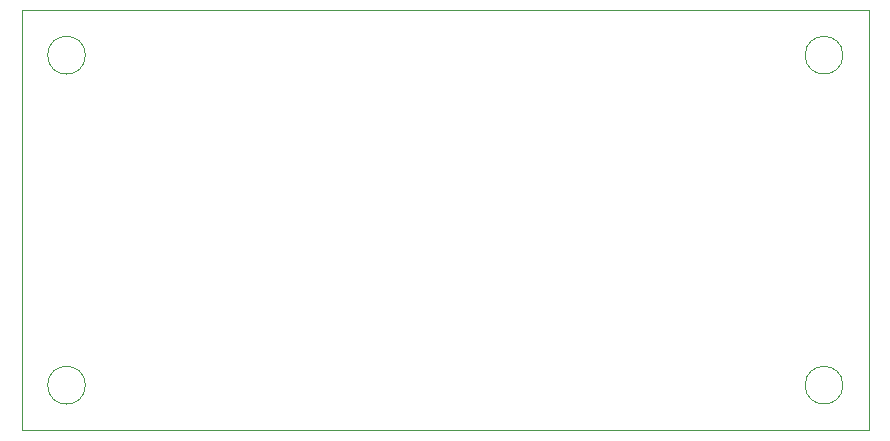
<source format=gbr>
%TF.GenerationSoftware,KiCad,Pcbnew,5.1.6-c6e7f7d~87~ubuntu18.04.1*%
%TF.CreationDate,2022-01-03T17:35:28+01:00*%
%TF.ProjectId,e-r-wifi-lf,652d722d-7769-4666-992d-6c662e6b6963,rev?*%
%TF.SameCoordinates,Original*%
%TF.FileFunction,Profile,NP*%
%FSLAX46Y46*%
G04 Gerber Fmt 4.6, Leading zero omitted, Abs format (unit mm)*
G04 Created by KiCad (PCBNEW 5.1.6-c6e7f7d~87~ubuntu18.04.1) date 2022-01-03 17:35:28*
%MOMM*%
%LPD*%
G01*
G04 APERTURE LIST*
%TA.AperFunction,Profile*%
%ADD10C,0.050000*%
%TD*%
G04 APERTURE END LIST*
D10*
X165989000Y-146050000D02*
X162814000Y-146050000D01*
X165989000Y-110490000D02*
X162814000Y-110490000D01*
X163779000Y-114300000D02*
G75*
G03*
X163779000Y-114300000I-1600000J0D01*
G01*
X163779000Y-142240000D02*
G75*
G03*
X163779000Y-142240000I-1600000J0D01*
G01*
X165989000Y-146050000D02*
X165989000Y-110490000D01*
X94234000Y-110490000D02*
X99314000Y-110490000D01*
X94234000Y-146050000D02*
X94234000Y-110490000D01*
X99314000Y-146050000D02*
X94234000Y-146050000D01*
X162814000Y-146050000D02*
X99314000Y-146050000D01*
X160274000Y-110490000D02*
X162814000Y-110490000D01*
X99314000Y-110490000D02*
X101854000Y-110490000D01*
X99644000Y-142240000D02*
G75*
G03*
X99644000Y-142240000I-1600000J0D01*
G01*
X99644000Y-114300000D02*
G75*
G03*
X99644000Y-114300000I-1600000J0D01*
G01*
X101854000Y-110490000D02*
X160274000Y-110490000D01*
M02*

</source>
